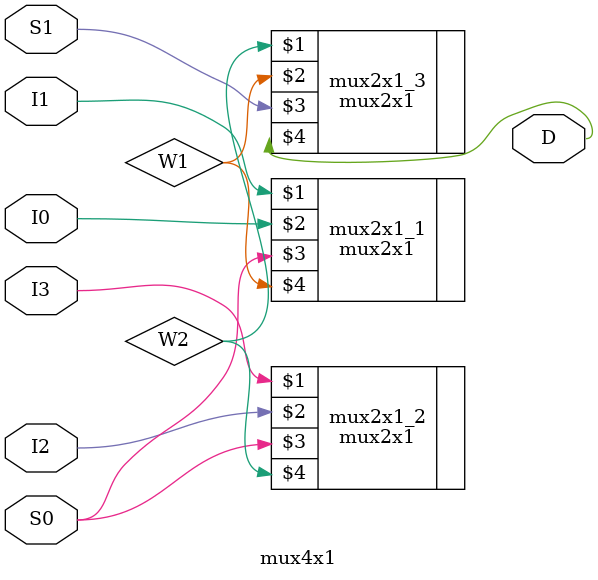
<source format=v>
`timescale 1ns / 1ps

module mux4x1(I3, I2, I1, I0, S1, S0, D);

	input I3, I2, I1, I0;
	input S1, S0;
	output D;
	
	wire W1, W2;
	
	mux2x1 mux2x1_1(I1, I0, S0, W1);
	mux2x1 mux2x1_2(I3, I2, S0, W2);
	mux2x1 mux2x1_3(W2, W1, S1, D);

endmodule

</source>
